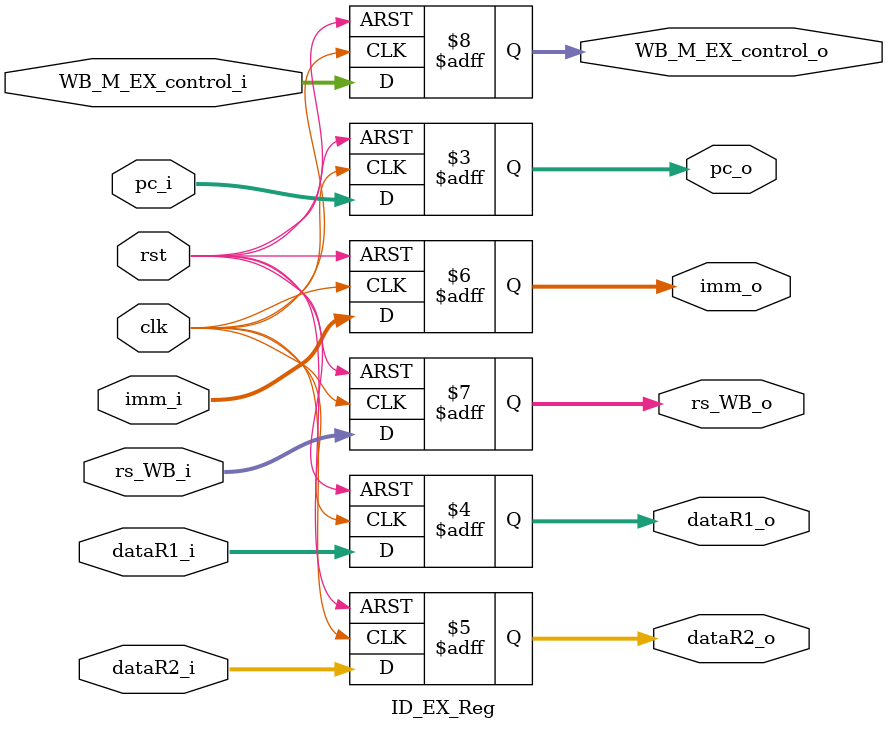
<source format=v>
module ID_EX_Reg(
    input wire clk,
    input wire rst,
    input wire [31:0] pc_i,
    input wire [31:0] dataR1_i,
    input wire [31:0] dataR2_i,
    input wire [31:0] imm_i,
    input wire [4:0] rs_WB_i,
    input wire [17:0] WB_M_EX_control_i,
    /*
    WB                 / M         / EX
    regW/memToReg[1:0] / memR/memW / ALUsrc/ALUOp[1:0]/funct3/func7
    */
    output reg [31:0] pc_o,
    output reg [31:0] dataR1_o,
    output reg [31:0] dataR2_o,
    output reg [31:0] imm_o,
    output reg [4:0] rs_WB_o,
    output reg [17:0] WB_M_EX_control_o
);

always @(posedge clk, negedge rst) begin
        if (~rst) begin
            pc_o <= 32'b0;
            dataR1_o <= 32'b0;
            dataR2_o <= 32'b0;
            imm_o <= 32'b0;
            rs_WB_o <= 5'b0;
            WB_M_EX_control_o <= 18'b0;
        end else begin
            pc_o <= pc_i;
            dataR1_o <= dataR1_i;
            dataR2_o <= dataR2_i;
            imm_o <= imm_i;
            rs_WB_o <= rs_WB_i;
            WB_M_EX_control_o <= WB_M_EX_control_i;
        end
end

endmodule

</source>
